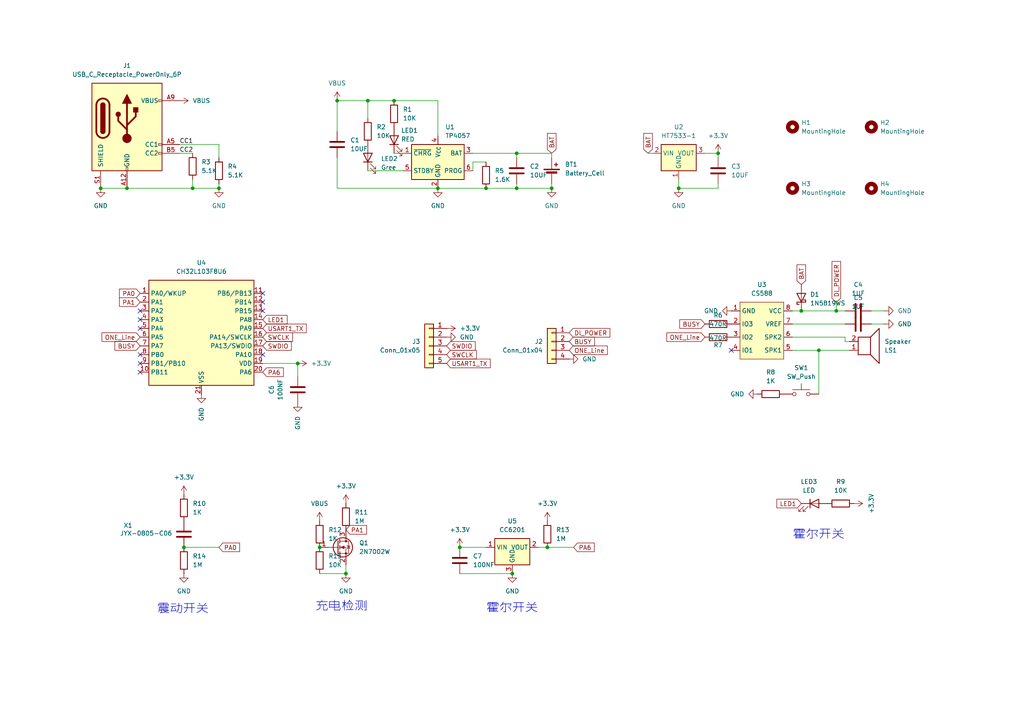
<source format=kicad_sch>
(kicad_sch (version 20250114) (generator "eeschema") (generator_version "9.0")
  (paper "A4")
  (title_block (title "震动语音公仔") (date "2025-04-21") (rev "1.1.0") (company "Maiooo"))
  (lib_symbols
    (symbol "Battery_Management:TP4057"
      (property "Reference" "U" (at -6.35 6.604 0))
      (property "Value" "TP4057" (at 1.524 6.604 0))
      (symbol "TP4057_0_1"
        (rectangle (start -7.62 5.08) (end 7.62 -5.08) (stroke (width 0.254)) (fill (type background)))
      )
      (symbol "TP4057_1_1"
        (pin open_collector line (at -10.16 2.54 0) (length 2.54) (name "~{CHRG}") (number "1"))
        (pin open_collector line (at -10.16 -2.54 0) (length 2.54) (name "STDBY") (number "5"))
        (pin power_in line (at 0 7.62 270) (length 2.54) (name "V_{CC}") (number "4"))
        (pin power_in line (at 0 -7.62 90) (length 2.54) (name "GND") (number "2"))
        (pin power_out line (at 10.16 2.54 180) (length 2.54) (name "BAT") (number "3"))
        (pin passive line (at 10.16 -2.54 180) (length 2.54) (name "PROG") (number "6"))
      )
    )
    (symbol "Connector:USB_C_Receptacle_PowerOnly_6P" (pin_names (offset 1.016))
      (property "Reference" "J" (at 0 16.51 0))
      (property "Value" "USB_C_Receptacle_PowerOnly_6P" (at 0 13.97 0))
      (symbol "USB_C_Receptacle_PowerOnly_6P_0_0"
        (rectangle (start -0.254 -12.7) (end 0.254 -11.684))
        (rectangle (start 10.16 7.874) (end 9.144 7.366))
        (rectangle (start 10.16 -4.826) (end 9.144 -5.334))
        (rectangle (start 10.16 -7.366) (end 9.144 -7.874))
      )
      (symbol "USB_C_Receptacle_PowerOnly_6P_0_1"
        (rectangle (start -10.16 12.7) (end 10.16 -12.7) (stroke (width 0.254)) (fill (type background)))
        (polyline (pts (xy -8.89 -1.27) (xy -8.89 6.35)) (stroke (width 0.508)))
        (rectangle (start -7.62 -1.27) (end -6.35 6.35) (stroke (width 0.254)) (fill (type outline)))
        (arc (start -7.62 6.35) (mid -6.985 6.9823) (end -6.35 6.35) (stroke (width 0.254)))
        (arc (start -7.62 6.35) (mid -6.985 6.9823) (end -6.35 6.35) (stroke (width 0.254)) (fill (type outline)))
        (arc (start -8.89 6.35) (mid -6.985 8.2467) (end -5.08 6.35) (stroke (width 0.508)))
        (arc (start -5.08 -1.27) (mid -6.985 -3.1667) (end -8.89 -1.27) (stroke (width 0.508)))
        (arc (start -6.35 -1.27) (mid -6.985 -1.9023) (end -7.62 -1.27) (stroke (width 0.254)))
        (arc (start -6.35 -1.27) (mid -6.985 -1.9023) (end -7.62 -1.27) (stroke (width 0.254)) (fill (type outline)))
        (polyline (pts (xy -5.08 6.35) (xy -5.08 -1.27)) (stroke (width 0.508)))
        (circle (center -2.54 3.683) (radius 0.635) (stroke (width 0.254)) (fill (type outline)))
        (polyline (pts (xy -1.27 6.858) (xy 0 9.398) (xy 1.27 6.858) (xy -1.27 6.858)) (stroke (width 0.254)) (fill (type outline)))
        (polyline (pts (xy 0 0.508) (xy 2.54 3.048) (xy 2.54 4.318)) (stroke (width 0.508)))
        (polyline (pts (xy 0 -0.762) (xy -2.54 1.778) (xy -2.54 3.048)) (stroke (width 0.508)))
        (polyline (pts (xy 0 -3.302) (xy 0 6.858)) (stroke (width 0.508)))
        (circle (center 0 -3.302) (radius 1.27) (fill (type outline)))
        (rectangle (start 1.905 4.318) (end 3.175 5.588) (stroke (width 0.254)) (fill (type outline)))
      )
      (symbol "USB_C_Receptacle_PowerOnly_6P_1_1"
        (pin passive line (at -7.62 -17.78 90) (length 5.08) (name "SHIELD") (number "S1"))
        (pin passive line (at 0 -17.78 90) (length 5.08) (name "GND") (number "A12"))
        (pin passive line (at 0 -17.78 90) (length 5.08) (hide yes) (name "GND") (number "B12"))
        (pin passive line (at 15.24 7.62 180) (length 5.08) (name "VBUS") (number "A9"))
        (pin passive line (at 15.24 7.62 180) (length 5.08) (hide yes) (name "VBUS") (number "B9"))
        (pin bidirectional line (at 15.24 -5.08 180) (length 5.08) (name "CC1") (number "A5"))
        (pin bidirectional line (at 15.24 -7.62 180) (length 5.08) (name "CC2") (number "B5"))
      )
    )
    (symbol "Connector_Generic:Conn_01x04" (pin_names (offset 1.016) (hide yes))
      (property "Reference" "J" (at 0 5.08 0))
      (property "Value" "Conn_01x04" (at 0 -7.62 0))
      (symbol "Conn_01x04_1_1"
        (rectangle (start -1.27 3.81) (end 1.27 -6.35) (stroke (width 0.254)) (fill (type background)))
        (rectangle (start -1.27 2.667) (end 0 2.413) (stroke (width 0.1524)))
        (rectangle (start -1.27 0.127) (end 0 -0.127) (stroke (width 0.1524)))
        (rectangle (start -1.27 -2.413) (end 0 -2.667) (stroke (width 0.1524)))
        (rectangle (start -1.27 -4.953) (end 0 -5.207) (stroke (width 0.1524)))
        (pin passive line (at -5.08 2.54 0) (length 3.81) (name "Pin_1") (number "1"))
        (pin passive line (at -5.08 0 0) (length 3.81) (name "Pin_2") (number "2"))
        (pin passive line (at -5.08 -2.54 0) (length 3.81) (name "Pin_3") (number "3"))
        (pin passive line (at -5.08 -5.08 0) (length 3.81) (name "Pin_4") (number "4"))
      )
    )
    (symbol "Connector_Generic:Conn_01x05" (pin_names (offset 1.016) (hide yes))
      (property "Reference" "J" (at 0 7.62 0))
      (property "Value" "Conn_01x05" (at 0 -7.62 0))
      (symbol "Conn_01x05_1_1"
        (rectangle (start -1.27 6.35) (end 1.27 -6.35) (stroke (width 0.254)) (fill (type background)))
        (rectangle (start -1.27 5.207) (end 0 4.953) (stroke (width 0.1524)))
        (rectangle (start -1.27 2.667) (end 0 2.413) (stroke (width 0.1524)))
        (rectangle (start -1.27 0.127) (end 0 -0.127) (stroke (width 0.1524)))
        (rectangle (start -1.27 -2.413) (end 0 -2.667) (stroke (width 0.1524)))
        (rectangle (start -1.27 -4.953) (end 0 -5.207) (stroke (width 0.1524)))
        (pin passive line (at -5.08 5.08 0) (length 3.81) (name "Pin_1") (number "1"))
        (pin passive line (at -5.08 2.54 0) (length 3.81) (name "Pin_2") (number "2"))
        (pin passive line (at -5.08 0 0) (length 3.81) (name "Pin_3") (number "3"))
        (pin passive line (at -5.08 -2.54 0) (length 3.81) (name "Pin_4") (number "4"))
        (pin passive line (at -5.08 -5.08 0) (length 3.81) (name "Pin_5") (number "5"))
      )
    )
    (symbol "Device:Battery_Cell" (pin_numbers (hide yes)) (pin_names (offset 0) (hide yes))
      (property "Reference" "BT" (at 2.54 2.54 0))
      (property "Value" "Battery_Cell" (at 2.54 0 0))
      (symbol "Battery_Cell_0_1"
        (rectangle (start -2.286 1.778) (end 2.286 1.524) (fill (type outline)))
        (rectangle (start -1.524 1.016) (end 1.524 0.508) (fill (type outline)))
        (polyline (pts (xy 0 1.778) (xy 0 2.54)))
        (polyline (pts (xy 0 0.762) (xy 0 0)))
        (polyline (pts (xy 0.762 3.048) (xy 1.778 3.048)) (stroke (width 0.254)))
        (polyline (pts (xy 1.27 3.556) (xy 1.27 2.54)) (stroke (width 0.254)))
      )
      (symbol "Battery_Cell_1_1"
        (pin passive line (at 0 5.08 270) (length 2.54) (name "+") (number "1"))
        (pin passive line (at 0 -2.54 90) (length 2.54) (name "-") (number "2"))
      )
    )
    (symbol "Device:C" (pin_numbers (hide yes)) (pin_names (offset 0.254))
      (property "Reference" "C" (at 0.635 2.54 0))
      (property "Value" "C" (at 0.635 -2.54 0))
      (symbol "C_0_1"
        (polyline (pts (xy -2.032 0.762) (xy 2.032 0.762)) (stroke (width 0.508)))
        (polyline (pts (xy -2.032 -0.762) (xy 2.032 -0.762)) (stroke (width 0.508)))
      )
      (symbol "C_1_1"
        (pin passive line (at 0 3.81 270) (length 2.794) (name "~") (number "1"))
        (pin passive line (at 0 -3.81 90) (length 2.794) (name "~") (number "2"))
      )
    )
    (symbol "Device:LED" (pin_numbers (hide yes)) (pin_names (offset 1.016) (hide yes))
      (property "Reference" "D" (at 0 2.54 0))
      (property "Value" "LED" (at 0 -2.54 0))
      (symbol "LED_0_1"
        (polyline (pts (xy -3.048 -0.762) (xy -4.572 -2.286) (xy -3.81 -2.286) (xy -4.572 -2.286) (xy -4.572 -1.524)))
        (polyline (pts (xy -1.778 -0.762) (xy -3.302 -2.286) (xy -2.54 -2.286) (xy -3.302 -2.286) (xy -3.302 -1.524)))
        (polyline (pts (xy -1.27 0) (xy 1.27 0)))
        (polyline (pts (xy -1.27 -1.27) (xy -1.27 1.27)) (stroke (width 0.254)))
        (polyline (pts (xy 1.27 -1.27) (xy 1.27 1.27) (xy -1.27 0) (xy 1.27 -1.27)) (stroke (width 0.254)))
      )
      (symbol "LED_1_1"
        (pin passive line (at -3.81 0 0) (length 2.54) (name "K") (number "1"))
        (pin passive line (at 3.81 0 180) (length 2.54) (name "A") (number "2"))
      )
    )
    (symbol "Device:R" (pin_numbers (hide yes)) (pin_names (offset 0))
      (property "Reference" "R" (at 2.032 0 90))
      (property "Value" "R" (at 0 0 90))
      (symbol "R_0_1"
        (rectangle (start -1.016 -2.54) (end 1.016 2.54) (stroke (width 0.254)))
      )
      (symbol "R_1_1"
        (pin passive line (at 0 3.81 270) (length 1.27) (name "~") (number "1"))
        (pin passive line (at 0 -3.81 90) (length 1.27) (name "~") (number "2"))
      )
    )
    (symbol "Device:Speaker" (pin_names (offset 0) (hide yes))
      (property "Reference" "LS" (at 1.27 5.715 0))
      (property "Value" "Speaker" (at 1.27 3.81 0))
      (symbol "Speaker_0_0"
        (rectangle (start -2.54 1.27) (end 1.016 -3.81) (stroke (width 0.254)))
        (polyline (pts (xy 1.016 1.27) (xy 3.556 3.81) (xy 3.556 -6.35) (xy 1.016 -3.81)) (stroke (width 0.254)))
      )
      (symbol "Speaker_1_1"
        (pin input line (at -5.08 0 0) (length 2.54) (name "1") (number "1"))
        (pin input line (at -5.08 -2.54 0) (length 2.54) (name "2") (number "2"))
      )
    )
    (symbol "Diode:1N5819WS" (pin_numbers (hide yes)) (pin_names (offset 1.016) (hide yes))
      (property "Reference" "D" (at 0 2.54 0))
      (property "Value" "1N5819WS" (at 0 -2.54 0))
      (symbol "1N5819WS_0_1"
        (polyline (pts (xy -1.905 0.635) (xy -1.905 1.27) (xy -1.27 1.27) (xy -1.27 -1.27) (xy -0.635 -1.27) (xy -0.635 -0.635)) (stroke (width 0.254)))
        (polyline (pts (xy 1.27 1.27) (xy 1.27 -1.27) (xy -1.27 0) (xy 1.27 1.27)) (stroke (width 0.254)))
        (polyline (pts (xy 1.27 0) (xy -1.27 0)))
      )
      (symbol "1N5819WS_1_1"
        (pin passive line (at -3.81 0 0) (length 2.54) (name "K") (number "1"))
        (pin passive line (at 3.81 0 180) (length 2.54) (name "A") (number "2"))
      )
    )
    (symbol "Maioo:CC6201st"
      (property "Reference" "U" (at 0 0 0))
      (property "Value" "CC6201" (at 0 0 0))
      (symbol "CC6201st_0_1"
        (rectangle (start 0 0) (end 10.16 -7.62) (stroke (width 0.254)) (fill (type background)))
      )
      (symbol "CC6201st_1_1"
        (pin power_in line (at -2.54 -2.54 0) (length 2.54) (name "VIN") (number "1"))
        (pin power_in line (at 5.08 -10.16 90) (length 2.54) (name "GND") (number "3"))
        (pin power_out line (at 12.7 -2.54 180) (length 2.54) (name "VOUT") (number "2"))
      )
    )
    (symbol "Maioo:CH32L103F8U6"
      (property "Reference" "U" (at 0 18.796 0))
      (property "Value" "CH32L103F8U6" (at 0 16.764 0))
      (symbol "CH32L103F8U6_1_1"
        (rectangle (start -15.24 15.24) (end 15.24 -15.24) (stroke (width 0.254)) (fill (type background)))
        (pin bidirectional line (at -17.78 11.43 0) (length 2.54) (name "PA0/WKUP") (number "1"))
        (pin bidirectional line (at -17.78 8.89 0) (length 2.54) (name "PA1") (number "2"))
        (pin bidirectional line (at -17.78 6.35 0) (length 2.54) (name "PA2") (number "3"))
        (pin bidirectional line (at -17.78 3.81 0) (length 2.54) (name "PA3") (number "4"))
        (pin bidirectional line (at -17.78 1.27 0) (length 2.54) (name "PA4") (number "5"))
        (pin bidirectional line (at -17.78 -1.27 0) (length 2.54) (name "PA5") (number "6"))
        (pin bidirectional line (at -17.78 -3.81 0) (length 2.54) (name "PA7") (number "7"))
        (pin bidirectional line (at -17.78 -6.35 0) (length 2.54) (name "PB0") (number "8"))
        (pin bidirectional line (at -17.78 -8.89 0) (length 2.54) (name "PB1/PB10") (number "9"))
        (pin bidirectional line (at -17.78 -11.43 0) (length 2.54) (name "PB11") (number "10"))
        (pin power_in line (at 0 -17.78 90) (length 2.54) (name "VSS") (number "21"))
        (pin bidirectional line (at 17.78 11.43 180) (length 2.54) (name "PB6/PB13") (number "11"))
        (pin bidirectional line (at 17.78 8.89 180) (length 2.54) (name "PB14") (number "12"))
        (pin bidirectional line (at 17.78 6.35 180) (length 2.54) (name "PB15") (number "13"))
        (pin bidirectional line (at 17.78 3.81 180) (length 2.54) (name "PA8") (number "14"))
        (pin bidirectional line (at 17.78 1.27 180) (length 2.54) (name "PA9") (number "15"))
        (pin bidirectional line (at 17.78 -1.27 180) (length 2.54) (name "PA14/SWCLK") (number "16"))
        (pin bidirectional line (at 17.78 -3.81 180) (length 2.54) (name "PA13/SWDIO") (number "17"))
        (pin bidirectional line (at 17.78 -6.35 180) (length 2.54) (name "PA10") (number "18"))
        (pin power_in line (at 17.78 -8.89 180) (length 2.54) (name "VDD") (number "19"))
        (pin bidirectional line (at 17.78 -11.43 180) (length 2.54) (name "PA6") (number "20"))
      )
    )
    (symbol "Maioo:CX588"
      (property "Reference" "U" (at 0 0 0))
      (property "Value" "CS588" (at 0 0 0))
      (symbol "CX588_1_1"
        (rectangle (start 0 0) (end 12.7 -16.51) (fill (type background)))
        (pin bidirectional line (at -2.54 -2.54 0) (length 2.54) (name "GND") (number "1"))
        (pin bidirectional line (at -2.54 -6.35 0) (length 2.54) (name "IO3") (number "2"))
        (pin bidirectional line (at -2.54 -10.16 0) (length 2.54) (name "IO2") (number "3"))
        (pin bidirectional line (at -2.54 -13.97 0) (length 2.54) (name "IO1") (number "4"))
        (pin bidirectional line (at 15.24 -2.54 180) (length 2.54) (name "VCC") (number "8"))
        (pin bidirectional line (at 15.24 -6.35 180) (length 2.54) (name "VREF") (number "7"))
        (pin bidirectional line (at 15.24 -10.16 180) (length 2.54) (name "SPK2") (number "6"))
        (pin bidirectional line (at 15.24 -13.97 180) (length 2.54) (name "SPK1") (number "5"))
      )
    )
    (symbol "Mechanical:MountingHole" (pin_names (offset 1.016)) (exclude_from_sim yes) (in_bom no)
      (property "Reference" "H" (at 0 5.08 0))
      (property "Value" "MountingHole" (at 0 3.175 0))
      (symbol "MountingHole_0_1"
        (circle (center 0 0) (radius 1.27) (stroke (width 1.27)))
      )
    )
    (symbol "Regulator_Linear:HT75xx-1-SOT89"
      (property "Reference" "U" (at -5.08 -3.81 0))
      (property "Value" "HT75xx-1-SOT89" (at 0 6.35 0))
      (symbol "HT75xx-1-SOT89_0_1"
        (rectangle (start -5.08 5.08) (end 5.08 -2.54) (stroke (width 0.254)) (fill (type background)))
      )
      (symbol "HT75xx-1-SOT89_1_1"
        (pin power_in line (at -7.62 2.54 0) (length 2.54) (name "VIN") (number "2"))
        (pin power_in line (at 0 -5.08 90) (length 2.54) (name "GND") (number "1"))
        (pin power_out line (at 7.62 2.54 180) (length 2.54) (name "VOUT") (number "3"))
      )
    )
    (symbol "Switch:SW_Push" (pin_numbers (hide yes)) (pin_names (offset 1.016) (hide yes))
      (property "Reference" "SW" (at 1.27 2.54 0))
      (property "Value" "SW_Push" (at 0 -1.524 0))
      (symbol "SW_Push_0_1"
        (circle (center -2.032 0) (radius 0.508))
        (polyline (pts (xy 0 1.27) (xy 0 3.048)))
        (circle (center 2.032 0) (radius 0.508))
        (polyline (pts (xy 2.54 1.27) (xy -2.54 1.27)))
        (pin passive line (at -5.08 0 0) (length 2.54) (name "1") (number "1"))
        (pin passive line (at 5.08 0 180) (length 2.54) (name "2") (number "2"))
      )
    )
    (symbol "Transistor_FET:2N7002" (pin_names (hide yes))
      (property "Reference" "Q" (at 5.08 1.905 0))
      (property "Value" "2N7002" (at 5.08 0 0))
      (symbol "2N7002_0_1"
        (polyline (pts (xy 0.254 1.905) (xy 0.254 -1.905)) (stroke (width 0.254)))
        (polyline (pts (xy 0.254 0) (xy -2.54 0)))
        (polyline (pts (xy 0.762 2.286) (xy 0.762 1.27)) (stroke (width 0.254)))
        (polyline (pts (xy 0.762 0.508) (xy 0.762 -0.508)) (stroke (width 0.254)))
        (polyline (pts (xy 0.762 -1.27) (xy 0.762 -2.286)) (stroke (width 0.254)))
        (polyline (pts (xy 0.762 -1.778) (xy 3.302 -1.778) (xy 3.302 1.778) (xy 0.762 1.778)))
        (polyline (pts (xy 1.016 0) (xy 2.032 0.381) (xy 2.032 -0.381) (xy 1.016 0)) (fill (type outline)))
        (circle (center 1.651 0) (radius 2.794) (stroke (width 0.254)))
        (polyline (pts (xy 2.54 2.54) (xy 2.54 1.778)))
        (circle (center 2.54 1.778) (radius 0.254) (fill (type outline)))
        (circle (center 2.54 -1.778) (radius 0.254) (fill (type outline)))
        (polyline (pts (xy 2.54 -2.54) (xy 2.54 0) (xy 0.762 0)))
        (polyline (pts (xy 2.794 0.508) (xy 2.921 0.381) (xy 3.683 0.381) (xy 3.81 0.254)))
        (polyline (pts (xy 3.302 0.381) (xy 2.921 -0.254) (xy 3.683 -0.254) (xy 3.302 0.381)))
      )
      (symbol "2N7002_1_1"
        (pin input line (at -5.08 0 0) (length 2.54) (name "G") (number "1"))
        (pin passive line (at 2.54 5.08 270) (length 2.54) (name "D") (number "3"))
        (pin passive line (at 2.54 -5.08 90) (length 2.54) (name "S") (number "2"))
      )
    )
    (symbol "power:+3.3V" (power) (pin_numbers (hide yes)) (pin_names (offset 0) (hide yes))
      (property "Value" "+3.3V" (at 0 3.556 0))
      (symbol "+3.3V_0_1"
        (polyline (pts (xy -0.762 1.27) (xy 0 2.54)))
        (polyline (pts (xy 0 2.54) (xy 0.762 1.27)))
        (polyline (pts (xy 0 0) (xy 0 2.54)))
      )
      (symbol "+3.3V_1_1"
        (pin power_in line (at 0 0 90) (length 0) (name "~") (number "1"))
      )
    )
    (symbol "power:+5V" (power) (pin_numbers (hide yes)) (pin_names (offset 0) (hide yes))
      (property "Value" "+5V" (at 0 3.556 0))
      (symbol "+5V_0_1"
        (polyline (pts (xy -0.762 1.27) (xy 0 2.54)))
        (polyline (pts (xy 0 2.54) (xy 0.762 1.27)))
        (polyline (pts (xy 0 0) (xy 0 2.54)))
      )
      (symbol "+5V_1_1"
        (pin power_in line (at 0 0 90) (length 0) (name "~") (number "1"))
      )
    )
    (symbol "power:GND" (power) (pin_numbers (hide yes)) (pin_names (offset 0) (hide yes))
      (property "Value" "GND" (at 0 -3.81 0))
      (symbol "GND_0_1"
        (polyline (pts (xy 0 0) (xy 0 -1.27) (xy 1.27 -1.27) (xy 0 -2.54) (xy -1.27 -1.27) (xy 0 -1.27)))
      )
      (symbol "GND_1_1"
        (pin power_in line (at 0 0 270) (length 0) (name "~") (number "1"))
      )
    )
    (symbol "power:VBUS" (power) (pin_numbers (hide yes)) (pin_names (offset 0) (hide yes))
      (property "Value" "VBUS" (at 0 3.556 0))
      (symbol "VBUS_0_1"
        (polyline (pts (xy -0.762 1.27) (xy 0 2.54)))
        (polyline (pts (xy 0 2.54) (xy 0.762 1.27)))
        (polyline (pts (xy 0 0) (xy 0 2.54)))
      )
      (symbol "VBUS_1_1"
        (pin power_in line (at 0 0 90) (length 0) (name "~") (number "1"))
      )
    )
  )
  (text "霍尔开关" (at 148.59 176.53 0) (effects (font (size 2.54 2.54))))
  (text "霍尔开关" (at 237.49 155.194 0) (effects (font (size 2.54 2.54))))
  (text "震动开关" (at 53.086 176.784 0) (effects (font (size 2.54 2.54))))
  (text "充电检测" (at 99.06 176.022 0) (effects (font (size 2.54 2.54))))
  (junction (at 127 54.61))
  (junction (at 232.41 90.17))
  (junction (at 208.28 44.45))
  (junction (at 92.71 158.75))
  (junction (at 149.86 54.61))
  (junction (at 53.34 158.75))
  (junction (at 196.85 54.61))
  (junction (at 140.97 54.61))
  (junction (at 36.83 54.61))
  (junction (at 158.75 158.75))
  (junction (at 63.5 54.61))
  (junction (at 114.3 29.21))
  (junction (at 133.35 158.75))
  (junction (at 160.02 54.61))
  (junction (at 149.86 44.45))
  (junction (at 242.57 90.17))
  (junction (at 100.33 166.37))
  (junction (at 237.49 101.6))
  (junction (at 97.79 29.21))
  (junction (at 29.21 54.61))
  (junction (at 106.68 29.21))
  (junction (at 55.88 54.61))
  (junction (at 148.59 166.37))
  (junction (at 86.36 105.41))
  (no_connect (at 76.2 90.17))
  (no_connect (at 76.2 87.63))
  (no_connect (at 40.64 107.95))
  (no_connect (at 40.64 105.41))
  (no_connect (at 76.2 85.09))
  (no_connect (at 40.64 90.17))
  (no_connect (at 212.09 101.6))
  (no_connect (at 40.64 92.71))
  (no_connect (at 40.64 95.25))
  (no_connect (at 40.64 102.87))
  (no_connect (at 76.2 102.87))
  (wire (pts (xy 140.97 54.61) (xy 127 54.61)))
  (wire (pts (xy 127 39.37) (xy 127 29.21)))
  (wire (pts (xy 229.87 90.17) (xy 232.41 90.17)))
  (wire (pts (xy 127 29.21) (xy 114.3 29.21)))
  (wire (pts (xy 63.5 41.91) (xy 63.5 45.72)))
  (wire (pts (xy 97.79 29.21) (xy 106.68 29.21)))
  (wire (pts (xy 29.21 54.61) (xy 36.83 54.61)))
  (wire (pts (xy 158.75 158.75) (xy 156.21 158.75)))
  (wire (pts (xy 232.41 90.17) (xy 242.57 90.17)))
  (wire (pts (xy 97.79 29.21) (xy 97.79 38.1)))
  (wire (pts (xy 137.16 46.99) (xy 140.97 46.99)))
  (wire (pts (xy 36.83 54.61) (xy 55.88 54.61)))
  (wire (pts (xy 149.86 44.45) (xy 160.02 44.45)))
  (wire (pts (xy 242.57 90.17) (xy 245.11 90.17)))
  (wire (pts (xy 245.11 99.06) (xy 246.38 99.06)))
  (wire (pts (xy 245.11 93.98) (xy 229.87 93.98)))
  (wire (pts (xy 76.2 105.41) (xy 86.36 105.41)))
  (wire (pts (xy 100.33 163.83) (xy 100.33 166.37)))
  (wire (pts (xy 106.68 49.53) (xy 116.84 49.53)))
  (wire (pts (xy 106.68 29.21) (xy 106.68 34.29)))
  (wire (pts (xy 97.79 45.72) (xy 97.79 54.61)))
  (wire (pts (xy 187.96 44.45) (xy 189.23 44.45)))
  (wire (pts (xy 208.28 54.61) (xy 208.28 53.34)))
  (wire (pts (xy 256.54 93.98) (xy 252.73 93.98)))
  (wire (pts (xy 53.34 158.75) (xy 63.5 158.75)))
  (wire (pts (xy 160.02 44.45) (xy 160.02 45.72)))
  (wire (pts (xy 149.86 54.61) (xy 140.97 54.61)))
  (wire (pts (xy 100.33 166.37) (xy 92.71 166.37)))
  (wire (pts (xy 245.11 97.79) (xy 229.87 97.79)))
  (wire (pts (xy 86.36 109.22) (xy 86.36 105.41)))
  (wire (pts (xy 242.57 87.63) (xy 242.57 90.17)))
  (wire (pts (xy 52.07 44.45) (xy 55.88 44.45)))
  (wire (pts (xy 97.79 54.61) (xy 127 54.61)))
  (wire (pts (xy 208.28 54.61) (xy 196.85 54.61)))
  (wire (pts (xy 137.16 44.45) (xy 149.86 44.45)))
  (wire (pts (xy 237.49 101.6) (xy 246.38 101.6)))
  (wire (pts (xy 160.02 53.34) (xy 160.02 54.61)))
  (wire (pts (xy 208.28 44.45) (xy 208.28 45.72)))
  (wire (pts (xy 229.87 101.6) (xy 237.49 101.6)))
  (wire (pts (xy 63.5 53.34) (xy 63.5 54.61)))
  (wire (pts (xy 149.86 54.61) (xy 160.02 54.61)))
  (wire (pts (xy 133.35 166.37) (xy 148.59 166.37)))
  (wire (pts (xy 137.16 49.53) (xy 137.16 46.99)))
  (wire (pts (xy 256.54 90.17) (xy 252.73 90.17)))
  (wire (pts (xy 149.86 45.72) (xy 149.86 44.45)))
  (wire (pts (xy 133.35 158.75) (xy 140.97 158.75)))
  (wire (pts (xy 55.88 52.07) (xy 55.88 54.61)))
  (wire (pts (xy 245.11 99.06) (xy 245.11 97.79)))
  (wire (pts (xy 196.85 52.07) (xy 196.85 54.61)))
  (wire (pts (xy 204.47 44.45) (xy 208.28 44.45)))
  (wire (pts (xy 116.84 44.45) (xy 114.3 44.45)))
  (wire (pts (xy 166.37 158.75) (xy 158.75 158.75)))
  (wire (pts (xy 237.49 101.6) (xy 237.49 114.3)))
  (wire (pts (xy 106.68 29.21) (xy 114.3 29.21)))
  (wire (pts (xy 149.86 53.34) (xy 149.86 54.61)))
  (wire (pts (xy 52.07 41.91) (xy 63.5 41.91)))
  (wire (pts (xy 55.88 54.61) (xy 63.5 54.61)))
  (label "CC1" (at 52.07 41.91 0))
  (label "CC2" (at 52.07 44.45 0))
  (global_label "BAT" (shape input) (at 187.96 44.45 90) (property "Intersheetrefs" "${INTERSHEET_REFS}" (effects (hide yes))))
  (global_label "ONE_Line" (shape input) (at 40.64 97.79 180) (property "Intersheetrefs" "${INTERSHEET_REFS}" (effects (hide yes))))
  (global_label "SWDIO" (shape input) (at 129.54 100.33 0) (property "Intersheetrefs" "${INTERSHEET_REFS}" (effects (hide yes))))
  (global_label "BAT" (shape input) (at 232.41 82.55 90) (property "Intersheetrefs" "${INTERSHEET_REFS}" (effects (hide yes))))
  (global_label "PA1" (shape input) (at 40.64 87.63 180) (property "Intersheetrefs" "${INTERSHEET_REFS}" (effects (hide yes))))
  (global_label "PA0" (shape input) (at 40.64 85.09 180) (property "Intersheetrefs" "${INTERSHEET_REFS}" (effects (hide yes))))
  (global_label "Dl_POWER" (shape input) (at 165.1 96.52 0) (property "Intersheetrefs" "${INTERSHEET_REFS}" (effects (hide yes))))
  (global_label "SWCLK" (shape input) (at 76.2 97.79 0) (property "Intersheetrefs" "${INTERSHEET_REFS}" (effects (hide yes))))
  (global_label "SWDIO" (shape input) (at 76.2 100.33 0) (property "Intersheetrefs" "${INTERSHEET_REFS}" (effects (hide yes))))
  (global_label "USART1_TX" (shape input) (at 76.2 95.25 0) (property "Intersheetrefs" "${INTERSHEET_REFS}" (effects (hide yes))))
  (global_label "PA6" (shape input) (at 166.37 158.75 0) (property "Intersheetrefs" "${INTERSHEET_REFS}" (effects (hide yes))))
  (global_label "ONE_Line" (shape input) (at 165.1 101.6 0) (property "Intersheetrefs" "${INTERSHEET_REFS}" (effects (hide yes))))
  (global_label "PA6" (shape input) (at 76.2 107.95 0) (property "Intersheetrefs" "${INTERSHEET_REFS}" (effects (hide yes))))
  (global_label "LED1" (shape input) (at 232.41 146.05 180) (property "Intersheetrefs" "${INTERSHEET_REFS}" (effects (hide yes))))
  (global_label "USART1_TX" (shape input) (at 129.54 105.41 0) (property "Intersheetrefs" "${INTERSHEET_REFS}" (effects (hide yes))))
  (global_label "PA1" (shape input) (at 100.33 153.67 0) (property "Intersheetrefs" "${INTERSHEET_REFS}" (effects (hide yes))))
  (global_label "BUSY" (shape input) (at 165.1 99.06 0) (property "Intersheetrefs" "${INTERSHEET_REFS}" (effects (hide yes))))
  (global_label "PA0" (shape input) (at 63.5 158.75 0) (property "Intersheetrefs" "${INTERSHEET_REFS}" (effects (hide yes))))
  (global_label "LED1" (shape input) (at 76.2 92.71 0) (property "Intersheetrefs" "${INTERSHEET_REFS}" (effects (hide yes))))
  (global_label "Dl_POWER" (shape input) (at 242.57 87.63 90) (property "Intersheetrefs" "${INTERSHEET_REFS}" (effects (hide yes))))
  (global_label "BAT" (shape input) (at 160.02 44.45 90) (property "Intersheetrefs" "${INTERSHEET_REFS}" (effects (hide yes))))
  (global_label "ONE_Line" (shape input) (at 204.47 97.79 180) (property "Intersheetrefs" "${INTERSHEET_REFS}" (effects (hide yes))))
  (global_label "SWCLK" (shape input) (at 129.54 102.87 0) (property "Intersheetrefs" "${INTERSHEET_REFS}" (effects (hide yes))))
  (global_label "BUSY" (shape input) (at 204.47 93.98 180) (property "Intersheetrefs" "${INTERSHEET_REFS}" (effects (hide yes))))
  (global_label "BUSY" (shape input) (at 40.64 100.33 180) (property "Intersheetrefs" "${INTERSHEET_REFS}" (effects (hide yes))))
  (symbol (lib_id "Device:R") (at 243.84 146.05 90) (unit 1)
    (property "Reference" "R9" (at 243.84 139.7 90))
    (property "Value" "10K" (at 243.84 142.24 90))
    (property "Footprint" "Resistor_SMD:R_0402_1005Metric" (effects (hide yes)))
    (property "Description" "Resistor" (effects (hide yes)))
  )
  (symbol (lib_id "Device:R") (at 55.88 48.26 180) (unit 1)
    (property "Reference" "R3" (at 58.42 46.9899 0) (effects (justify right)))
    (property "Value" "5.1K" (at 58.42 49.5299 0) (effects (justify right)))
    (property "Footprint" "Resistor_SMD:R_0402_1005Metric" (effects (hide yes)))
    (property "Description" "Resistor" (effects (hide yes)))
  )
  (symbol (lib_id "Device:C") (at 149.86 49.53 0) (unit 1)
    (property "Reference" "C2" (at 153.67 48.2599 0) (effects (justify left)))
    (property "Value" "10UF" (at 153.67 50.7999 0) (effects (justify left)))
    (property "Footprint" "Capacitor_SMD:C_0402_1005Metric" (effects (hide yes)))
    (property "Description" "Unpolarized capacitor" (effects (hide yes)))
  )
  (symbol (lib_id "Device:R") (at 63.5 49.53 180) (unit 1)
    (property "Reference" "R4" (at 66.04 48.2599 0) (effects (justify right)))
    (property "Value" "5.1K" (at 66.04 50.7999 0) (effects (justify right)))
    (property "Footprint" "Resistor_SMD:R_0402_1005Metric" (effects (hide yes)))
    (property "Description" "Resistor" (effects (hide yes)))
  )
  (symbol (lib_id "power:GND") (at 129.54 97.79 90) (unit 1)
    (property "Reference" "#PWR013" (effects (hide yes)))
    (property "Value" "GND" (at 133.35 97.7899 90) (effects (justify right)))
    (property "Description" "Power symbol creates a global label with name \"GND\" , ground" (effects (hide yes)))
  )
  (symbol (lib_id "Device:R") (at 53.34 162.56 0) (unit 1)
    (property "Reference" "R14" (at 55.88 161.2899 0) (effects (justify left)))
    (property "Value" "1M" (at 55.88 163.8299 0) (effects (justify left)))
    (property "Footprint" "Resistor_SMD:R_0402_1005Metric" (effects (hide yes)))
    (property "Description" "Resistor" (effects (hide yes)))
  )
  (symbol (lib_id "Transistor_FET:2N7002") (at 97.79 158.75 0) (unit 1)
    (property "Reference" "Q1" (at 104.14 157.4799 0) (effects (justify left)))
    (property "Value" "2N7002W" (at 104.14 160.0199 0) (effects (justify left)))
    (property "Footprint" "Package_TO_SOT_SMD:SOT-323_SC-70" (effects (hide yes)))
    (property "Datasheet" "https://www.onsemi.com/pub/Collateral/NDS7002A-D.PDF" (effects (hide yes)))
    (property "Description" "0.115A Id, 60V Vds, N-Channel MOSFET, SOT-23" (effects (hide yes)))
  )
  (symbol (lib_id "Device:R") (at 208.28 97.79 90) (unit 1)
    (property "Reference" "R7" (at 208.28 100.076 90))
    (property "Value" "470R" (at 208.28 98.044 90))
    (property "Footprint" "Resistor_SMD:R_0402_1005Metric" (effects (hide yes)))
    (property "Description" "Resistor" (effects (hide yes)))
  )
  (symbol (lib_id "Connector_Generic:Conn_01x04") (at 160.02 99.06 0) (mirror y) (unit 1)
    (property "Reference" "J2" (at 157.48 99.0599 0) (effects (justify left)))
    (property "Value" "Conn_01x04" (at 157.48 101.5999 0) (effects (justify left)))
    (property "Footprint" "Connector_PinHeader_2.54mm:PinHeader_1x04_P2.54mm_Vertical" (effects (hide yes)))
    (property "Description" "Generic connector, single row, 01x04, script generated (kicad-library-utils/schlib/autogen/connector/)" (effects (hide yes)))
  )
  (symbol (lib_id "Device:LED") (at 236.22 146.05 0) (unit 1)
    (property "Reference" "LED3" (at 234.6325 139.7 0))
    (property "Value" "LED" (at 234.6325 142.24 0))
    (property "Footprint" "LED_SMD:LED_0402_1005Metric" (effects (hide yes)))
    (property "Description" "Light emitting diode" (effects (hide yes)))
    (property "Sim.Pins" "1=K 2=A" (effects (hide yes)))
  )
  (symbol (lib_id "power:+5V") (at 100.33 146.05 0) (unit 1)
    (property "Reference" "#PWR020" (effects (hide yes)))
    (property "Value" "+3.3V" (at 100.33 140.97 0))
    (property "Description" "Power symbol creates a global label with name \"+5V\"" (effects (hide yes)))
  )
  (symbol (lib_id "power:GND") (at 165.1 104.14 90) (unit 1)
    (property "Reference" "#PWR014" (effects (hide yes)))
    (property "Value" "GND" (at 168.91 104.1399 90) (effects (justify right)))
    (property "Description" "Power symbol creates a global label with name \"GND\" , ground" (effects (hide yes)))
  )
  (symbol (lib_id "Mechanical:MountingHole") (at 229.87 36.83 0) (unit 1) (exclude_from_sim yes) (in_bom no)
    (property "Reference" "H1" (at 232.41 35.5599 0) (effects (justify left)))
    (property "Value" "MountingHole" (at 232.41 38.0999 0) (effects (justify left)))
    (property "Footprint" "MountingHole:MountingHole_2.2mm_M2_ISO14580" (effects (hide yes)))
    (property "Description" "Mounting Hole without connection" (effects (hide yes)))
  )
  (symbol (lib_id "power:GND") (at 100.33 166.37 0) (unit 1)
    (property "Reference" "#PWR026" (effects (hide yes)))
    (property "Value" "GND" (at 100.33 171.45 0))
    (property "Description" "Power symbol creates a global label with name \"GND\" , ground" (effects (hide yes)))
  )
  (symbol (lib_id "Device:R") (at 208.28 93.98 90) (unit 1)
    (property "Reference" "R6" (at 208.28 91.44 90))
    (property "Value" "470R" (at 208.28 93.98 90))
    (property "Footprint" "Resistor_SMD:R_0402_1005Metric" (effects (hide yes)))
    (property "Description" "Resistor" (effects (hide yes)))
  )
  (symbol (lib_id "power:GND") (at 196.85 54.61 0) (unit 1)
    (property "Reference" "#PWR08" (effects (hide yes)))
    (property "Value" "GND" (at 196.85 59.69 0))
    (property "Description" "Power symbol creates a global label with name \"GND\" , ground" (effects (hide yes)))
  )
  (symbol (lib_id "power:VBUS") (at 52.07 29.21 270) (unit 1)
    (property "Reference" "#PWR01" (effects (hide yes)))
    (property "Value" "VBUS" (at 55.88 29.2099 90) (effects (justify left)))
    (property "Description" "Power symbol creates a global label with name \"VBUS\"" (effects (hide yes)))
  )
  (symbol (lib_id "Mechanical:MountingHole") (at 252.73 36.83 0) (unit 1) (exclude_from_sim yes) (in_bom no)
    (property "Reference" "H2" (at 255.27 35.5599 0) (effects (justify left)))
    (property "Value" "MountingHole" (at 255.27 38.0999 0) (effects (justify left)))
    (property "Footprint" "MountingHole:MountingHole_2.2mm_M2_ISO14580" (effects (hide yes)))
    (property "Description" "Mounting Hole without connection" (effects (hide yes)))
  )
  (symbol (lib_id "power:GND") (at 256.54 93.98 90) (unit 1)
    (property "Reference" "#PWR011" (effects (hide yes)))
    (property "Value" "GND" (at 260.35 93.9799 90) (effects (justify right)))
    (property "Description" "Power symbol creates a global label with name \"GND\" , ground" (effects (hide yes)))
  )
  (symbol (lib_id "Device:R") (at 140.97 50.8 0) (unit 1)
    (property "Reference" "R5" (at 143.51 49.5299 0) (effects (justify left)))
    (property "Value" "1.6K" (at 143.51 52.0699 0) (effects (justify left)))
    (property "Footprint" "Resistor_SMD:R_0402_1005Metric" (effects (hide yes)))
    (property "Description" "Resistor" (effects (hide yes)))
  )
  (symbol (lib_id "power:+5V") (at 208.28 44.45 0) (unit 1)
    (property "Reference" "#PWR03" (effects (hide yes)))
    (property "Value" "+3.3V" (at 208.28 39.37 0))
    (property "Description" "Power symbol creates a global label with name \"+5V\"" (effects (hide yes)))
  )
  (symbol (lib_id "Device:Battery_Cell") (at 160.02 50.8 0) (unit 1)
    (property "Reference" "BT1" (at 163.83 47.6884 0) (effects (justify left)))
    (property "Value" "Battery_Cell" (at 163.83 50.2284 0) (effects (justify left)))
    (property "Footprint" "Connector_Molex:Molex_PicoBlade_53048-0210_1x02_P1.25mm_Horizontal" (effects (hide yes)))
    (property "Description" "Single-cell battery" (effects (hide yes)))
  )
  (symbol (lib_id "power:+5V") (at 247.65 146.05 270) (unit 1)
    (property "Reference" "#PWR021" (effects (hide yes)))
    (property "Value" "+3.3V" (at 252.73 146.05 0))
    (property "Description" "Power symbol creates a global label with name \"+5V\"" (effects (hide yes)))
  )
  (symbol (lib_id "Mechanical:MountingHole") (at 252.73 54.61 0) (unit 1) (exclude_from_sim yes) (in_bom no)
    (property "Reference" "H4" (at 255.27 53.3399 0) (effects (justify left)))
    (property "Value" "MountingHole" (at 255.27 55.8799 0) (effects (justify left)))
    (property "Footprint" "MountingHole:MountingHole_2.2mm_M2_ISO14580" (effects (hide yes)))
    (property "Description" "Mounting Hole without connection" (effects (hide yes)))
  )
  (symbol (lib_id "Device:Speaker") (at 251.46 101.6 0) (mirror x) (unit 1)
    (property "Reference" "LS1" (at 256.54 101.6001 0) (effects (justify left)))
    (property "Value" "Speaker" (at 256.54 99.0601 0) (effects (justify left)))
    (property "Footprint" "Connector_Molex:Molex_PicoBlade_53048-0210_1x02_P1.25mm_Horizontal" (effects (hide yes)))
    (property "Description" "Speaker" (effects (hide yes)))
  )
  (symbol (lib_id "Device:R") (at 114.3 33.02 0) (unit 1)
    (property "Reference" "R1" (at 116.84 31.7499 0) (effects (justify left)))
    (property "Value" "10K" (at 116.84 34.2899 0) (effects (justify left)))
    (property "Footprint" "Resistor_SMD:R_0402_1005Metric" (effects (hide yes)))
    (property "Description" "Resistor" (effects (hide yes)))
  )
  (symbol (lib_id "Device:C") (at 208.28 49.53 0) (unit 1)
    (property "Reference" "C3" (at 212.09 48.2599 0) (effects (justify left)))
    (property "Value" "10UF" (at 212.09 50.7999 0) (effects (justify left)))
    (property "Footprint" "Capacitor_SMD:C_0402_1005Metric" (effects (hide yes)))
    (property "Description" "Unpolarized capacitor" (effects (hide yes)))
  )
  (symbol (lib_id "Device:R") (at 223.52 114.3 270) (unit 1)
    (property "Reference" "R8" (at 223.52 107.95 90))
    (property "Value" "1K" (at 223.52 110.49 90))
    (property "Footprint" "Resistor_SMD:R_0402_1005Metric" (effects (hide yes)))
    (property "Description" "Resistor" (effects (hide yes)))
  )
  (symbol (lib_id "power:GND") (at 212.09 90.17 270) (unit 1)
    (property "Reference" "#PWR09" (effects (hide yes)))
    (property "Value" "GND" (at 208.28 90.1699 90) (effects (justify right)))
    (property "Description" "Power symbol creates a global label with name \"GND\" , ground" (effects (hide yes)))
  )
  (symbol (lib_id "Regulator_Linear:HT75xx-1-SOT89") (at 196.85 46.99 0) (unit 1)
    (property "Reference" "U2" (at 196.85 36.83 0))
    (property "Value" "HT7533-1" (at 196.85 39.37 0))
    (property "Footprint" "Maiooo_Library:HT7533s" (effects (hide yes)))
    (property "Datasheet" "https://www.holtek.com/documents/10179/116711/HT75xx-1v250.pdf" (effects (hide yes)))
    (property "Description" "100mA Low Dropout Voltage Regulator, Fixed Output, SOT89" (effects (hide yes)))
  )
  (symbol (lib_id "power:GND") (at 219.71 114.3 270) (unit 1)
    (property "Reference" "#PWR017" (effects (hide yes)))
    (property "Value" "GND" (at 215.9 114.3001 90) (effects (justify right)))
    (property "Description" "Power symbol creates a global label with name \"GND\" , ground" (effects (hide yes)))
  )
  (symbol (lib_id "Device:C") (at 53.34 154.94 0) (unit 1)
    (property "Reference" "X1" (at 35.814 152.4 0) (effects (justify left)))
    (property "Value" "JYX-0805-C06" (at 34.798 154.6861 0) (effects (justify left)))
    (property "Footprint" "Capacitor_SMD:C_0805_2012Metric" (effects (hide yes)))
    (property "Description" "Unpolarized capacitor" (effects (hide yes)))
  )
  (symbol (lib_id "Device:R") (at 100.33 149.86 180) (unit 1)
    (property "Reference" "R11" (at 102.87 148.5899 0) (effects (justify right)))
    (property "Value" "1M" (at 102.87 151.1299 0) (effects (justify right)))
    (property "Footprint" "Resistor_SMD:R_0402_1005Metric" (effects (hide yes)))
    (property "Description" "Resistor" (effects (hide yes)))
  )
  (symbol (lib_id "power:GND") (at 29.21 54.61 0) (mirror y) (unit 1)
    (property "Reference" "#PWR04" (effects (hide yes)))
    (property "Value" "GND" (at 29.21 59.69 0))
    (property "Description" "Power symbol creates a global label with name \"GND\" , ground" (effects (hide yes)))
  )
  (symbol (lib_id "Device:R") (at 158.75 154.94 180) (unit 1)
    (property "Reference" "R13" (at 161.29 153.6699 0) (effects (justify right)))
    (property "Value" "1M" (at 161.29 156.2099 0) (effects (justify right)))
    (property "Footprint" "Resistor_SMD:R_0402_1005Metric" (effects (hide yes)))
    (property "Description" "Resistor" (effects (hide yes)))
  )
  (symbol (lib_id "power:+5V") (at 158.75 151.13 0) (unit 1)
    (property "Reference" "#PWR023" (effects (hide yes)))
    (property "Value" "+3.3V" (at 158.75 146.05 0))
    (property "Description" "Power symbol creates a global label with name \"+5V\"" (effects (hide yes)))
  )
  (symbol (lib_id "Battery_Management:TP4057") (at 127 46.99 0) (unit 1)
    (property "Reference" "U1" (at 129.1433 36.83 0) (effects (justify left)))
    (property "Value" "TP4057" (at 129.1433 39.37 0) (effects (justify left)))
    (property "Footprint" "Package_TO_SOT_SMD:TSOT-23-6" (effects (hide yes)))
    (property "Datasheet" "http://toppwr.com/uploadfile/file/20230304/640302a47b738.pdf" (effects (hide yes)))
    (property "Description" "Constant-current/constant-voltage linear charger for single cell lithium-ion batteries with 2.9V Trickle Charge, 4.5V to 6.5V VDD, -40 to +85 degree Celsius, TSOT-23-6" (effects (hide yes)))
  )
  (symbol (lib_id "Device:C") (at 248.92 90.17 90) (unit 1)
    (property "Reference" "C4" (at 248.92 82.55 90))
    (property "Value" "1UF" (at 248.92 85.09 90))
    (property "Footprint" "Capacitor_SMD:C_0402_1005Metric" (effects (hide yes)))
    (property "Description" "Unpolarized capacitor" (effects (hide yes)))
  )
  (symbol (lib_id "Device:LED") (at 106.68 45.72 90) (unit 1)
    (property "Reference" "LED2" (at 110.49 46.0374 90) (effects (justify right)))
    (property "Value" "Gree" (at 110.49 48.5774 90) (effects (justify right)))
    (property "Footprint" "LED_SMD:LED_0402_1005Metric" (effects (hide yes)))
    (property "Description" "Light emitting diode" (effects (hide yes)))
    (property "Sim.Pins" "1=K 2=A" (effects (hide yes)))
  )
  (symbol (lib_id "Device:R") (at 92.71 154.94 180) (unit 1)
    (property "Reference" "R12" (at 95.25 153.6699 0) (effects (justify right)))
    (property "Value" "1K" (at 95.25 156.2099 0) (effects (justify right)))
    (property "Footprint" "Resistor_SMD:R_0402_1005Metric" (effects (hide yes)))
    (property "Description" "Resistor" (effects (hide yes)))
  )
  (symbol (lib_id "Device:C") (at 133.35 162.56 180) (unit 1)
    (property "Reference" "C7" (at 137.16 161.2899 0) (effects (justify right)))
    (property "Value" "100NF" (at 137.16 163.8299 0) (effects (justify right)))
    (property "Footprint" "Capacitor_SMD:C_0402_1005Metric" (effects (hide yes)))
    (property "Description" "Unpolarized capacitor" (effects (hide yes)))
  )
  (symbol (lib_id "power:GND") (at 148.59 166.37 0) (unit 1)
    (property "Reference" "#PWR027" (effects (hide yes)))
    (property "Value" "GND" (at 148.59 171.45 0))
    (property "Description" "Power symbol creates a global label with name \"GND\" , ground" (effects (hide yes)))
  )
  (symbol (lib_id "Device:C") (at 86.36 113.03 180) (unit 1)
    (property "Reference" "C6" (at 78.74 113.03 90))
    (property "Value" "100NF" (at 81.28 113.03 90))
    (property "Footprint" "Capacitor_SMD:C_0402_1005Metric" (effects (hide yes)))
    (property "Description" "Unpolarized capacitor" (effects (hide yes)))
  )
  (symbol (lib_id "Device:C") (at 97.79 41.91 0) (unit 1)
    (property "Reference" "C1" (at 101.6 40.6399 0) (effects (justify left)))
    (property "Value" "10UF" (at 101.6 43.1799 0) (effects (justify left)))
    (property "Footprint" "Capacitor_SMD:C_0402_1005Metric" (effects (hide yes)))
    (property "Description" "Unpolarized capacitor" (effects (hide yes)))
  )
  (symbol (lib_id "Diode:1N5819WS") (at 232.41 86.36 90) (unit 1)
    (property "Reference" "D1" (at 234.95 85.4074 90) (effects (justify right)))
    (property "Value" "1N5819WS" (at 234.95 87.9474 90) (effects (justify right)))
    (property "Footprint" "Diode_SMD:D_SOD-323" (effects (hide yes)))
    (property "Datasheet" "https://datasheet.lcsc.com/lcsc/2204281430_Guangdong-Hottech-1N5819WS_C191023.pdf" (effects (hide yes)))
    (property "Description" "40V 600mV@1A 1A SOD-323 Schottky Barrier Diodes, SOD-323" (effects (hide yes)))
  )
  (symbol (lib_id "Mechanical:MountingHole") (at 229.87 54.61 0) (unit 1) (exclude_from_sim yes) (in_bom no)
    (property "Reference" "H3" (at 232.41 53.3399 0) (effects (justify left)))
    (property "Value" "MountingHole" (at 232.41 55.8799 0) (effects (justify left)))
    (property "Footprint" "MountingHole:MountingHole_2.2mm_M2_ISO14580" (effects (hide yes)))
    (property "Description" "Mounting Hole without connection" (effects (hide yes)))
  )
  (symbol (lib_id "Maioo:CX588") (at 214.63 87.63 0) (unit 1)
    (property "Reference" "U3" (at 220.98 82.55 0))
    (property "Value" "CS588" (at 220.98 85.09 0))
    (property "Footprint" "Package_SO:SOP-8_3.9x4.9mm_P1.27mm" (effects (hide yes)))
  )
  (symbol (lib_id "power:+5V") (at 129.54 95.25 270) (unit 1)
    (property "Reference" "#PWR012" (effects (hide yes)))
    (property "Value" "+3.3V" (at 133.35 95.2499 90) (effects (justify left)))
    (property "Description" "Power symbol creates a global label with name \"+5V\"" (effects (hide yes)))
  )
  (symbol (lib_id "Device:R") (at 92.71 162.56 180) (unit 1)
    (property "Reference" "R15" (at 95.25 161.2899 0) (effects (justify right)))
    (property "Value" "10K" (at 95.25 163.8299 0) (effects (justify right)))
    (property "Footprint" "Resistor_SMD:R_0402_1005Metric" (effects (hide yes)))
    (property "Description" "Resistor" (effects (hide yes)))
  )
  (symbol (lib_id "power:+5V") (at 133.35 158.75 0) (unit 1)
    (property "Reference" "#PWR024" (effects (hide yes)))
    (property "Value" "+3.3V" (at 133.35 153.67 0))
    (property "Description" "Power symbol creates a global label with name \"+5V\"" (effects (hide yes)))
  )
  (symbol (lib_id "Device:LED") (at 114.3 40.64 90) (unit 1)
    (property "Reference" "LED1" (at 116.332 37.846 90) (effects (justify right)))
    (property "Value" "RED" (at 116.332 40.386 90) (effects (justify right)))
    (property "Footprint" "LED_SMD:LED_0402_1005Metric" (effects (hide yes)))
    (property "Description" "Light emitting diode" (effects (hide yes)))
    (property "Sim.Pins" "1=K 2=A" (effects (hide yes)))
  )
  (symbol (lib_id "Device:C") (at 248.92 93.98 90) (unit 1)
    (property "Reference" "C5" (at 248.92 86.36 90))
    (property "Value" "1UF" (at 248.92 88.9 90))
    (property "Footprint" "Capacitor_SMD:C_0402_1005Metric" (effects (hide yes)))
    (property "Description" "Unpolarized capacitor" (effects (hide yes)))
  )
  (symbol (lib_id "power:GND") (at 53.34 166.37 0) (unit 1)
    (property "Reference" "#PWR025" (effects (hide yes)))
    (property "Value" "GND" (at 53.34 171.45 0))
    (property "Description" "Power symbol creates a global label with name \"GND\" , ground" (effects (hide yes)))
  )
  (symbol (lib_id "power:GND") (at 63.5 54.61 0) (unit 1)
    (property "Reference" "#PWR05" (effects (hide yes)))
    (property "Value" "GND" (at 63.5 59.69 0))
    (property "Description" "Power symbol creates a global label with name \"GND\" , ground" (effects (hide yes)))
  )
  (symbol (lib_id "power:GND") (at 256.54 90.17 90) (unit 1)
    (property "Reference" "#PWR010" (effects (hide yes)))
    (property "Value" "GND" (at 260.35 90.1699 90) (effects (justify right)))
    (property "Description" "Power symbol creates a global label with name \"GND\" , ground" (effects (hide yes)))
  )
  (symbol (lib_id "power:+5V") (at 86.36 105.41 270) (unit 1)
    (property "Reference" "#PWR015" (effects (hide yes)))
    (property "Value" "+3.3V" (at 90.17 105.4099 90) (effects (justify left)))
    (property "Description" "Power symbol creates a global label with name \"+5V\"" (effects (hide yes)))
  )
  (symbol (lib_id "power:VBUS") (at 97.79 29.21 0) (unit 1)
    (property "Reference" "#PWR02" (effects (hide yes)))
    (property "Value" "VBUS" (at 97.79 24.13 0))
    (property "Description" "Power symbol creates a global label with name \"VBUS\"" (effects (hide yes)))
  )
  (symbol (lib_id "power:VBUS") (at 92.71 151.13 0) (unit 1)
    (property "Reference" "#PWR022" (effects (hide yes)))
    (property "Value" "VBUS" (at 92.71 146.05 0))
    (property "Description" "Power symbol creates a global label with name \"VBUS\"" (effects (hide yes)))
  )
  (symbol (lib_id "Device:R") (at 53.34 147.32 0) (unit 1)
    (property "Reference" "R10" (at 55.88 146.0499 0) (effects (justify left)))
    (property "Value" "1K" (at 55.88 148.5899 0) (effects (justify left)))
    (property "Footprint" "Resistor_SMD:R_0402_1005Metric" (effects (hide yes)))
    (property "Description" "Resistor" (effects (hide yes)))
  )
  (symbol (lib_id "power:+3.3V") (at 53.34 143.51 0) (unit 1)
    (property "Reference" "#PWR019" (effects (hide yes)))
    (property "Value" "+3.3V" (at 53.34 138.43 0))
    (property "Description" "Power symbol creates a global label with name \"+3.3V\"" (effects (hide yes)))
  )
  (symbol (lib_id "power:GND") (at 127 54.61 0) (unit 1)
    (property "Reference" "#PWR06" (effects (hide yes)))
    (property "Value" "GND" (at 127 59.69 0))
    (property "Description" "Power symbol creates a global label with name \"GND\" , ground" (effects (hide yes)))
  )
  (symbol (lib_id "Device:R") (at 106.68 38.1 0) (unit 1)
    (property "Reference" "R2" (at 109.22 36.8299 0) (effects (justify left)))
    (property "Value" "10K" (at 109.22 39.3699 0) (effects (justify left)))
    (property "Footprint" "Resistor_SMD:R_0402_1005Metric" (effects (hide yes)))
    (property "Description" "Resistor" (effects (hide yes)))
  )
  (symbol (lib_id "Maioo:CH32L103F8U6") (at 58.42 96.52 0) (unit 1)
    (property "Reference" "U4" (at 58.42 76.2 0))
    (property "Value" "CH32L103F8U6" (at 58.42 78.74 0))
    (property "Footprint" "Package_DFN_QFN:QFN-20-1EP_3x3mm_P0.4mm_EP1.65x1.65mm" (effects (hide yes)))
  )
  (symbol (lib_id "Maioo:CC6201st") (at 143.51 156.21 0) (unit 1)
    (property "Reference" "U5" (at 148.59 151.13 0))
    (property "Value" "CC6201" (at 148.59 153.67 0))
    (property "Footprint" "Package_TO_SOT_SMD:SOT-23-3" (effects (hide yes)))
  )
  (symbol (lib_id "Connector:USB_C_Receptacle_PowerOnly_6P") (at 36.83 36.83 0) (unit 1)
    (property "Reference" "J1" (at 36.83 19.05 0))
    (property "Value" "USB_C_Receptacle_PowerOnly_6P" (at 36.83 21.59 0))
    (property "Footprint" "Connector_USB:USB_C_Receptacle_GCT_USB4125-xx-x_6P_TopMnt_Horizontal" (effects (hide yes)))
    (property "Datasheet" "https://www.usb.org/sites/default/files/documents/usb_type-c.zip" (effects (hide yes)))
    (property "Description" "USB Power-Only 6P Type-C Receptacle connector" (effects (hide yes)))
  )
  (symbol (lib_id "Switch:SW_Push") (at 232.41 114.3 0) (unit 1)
    (property "Reference" "SW1" (at 232.41 106.68 0))
    (property "Value" "SW_Push" (at 232.41 109.22 0))
    (property "Footprint" "Maiooo_Library:Button_2P" (effects (hide yes)))
    (property "Description" "Push button switch, generic, two pins" (effects (hide yes)))
  )
  (symbol (lib_id "Connector_Generic:Conn_01x05") (at 124.46 100.33 0) (mirror y) (unit 1)
    (property "Reference" "J3" (at 121.92 99.0599 0) (effects (justify left)))
    (property "Value" "Conn_01x05" (at 121.92 101.5999 0) (effects (justify left)))
    (property "Footprint" "Connector_PinHeader_2.54mm:PinHeader_1x05_P2.54mm_Vertical" (effects (hide yes)))
    (property "Description" "Generic connector, single row, 01x05, script generated (kicad-library-utils/schlib/autogen/connector/)" (effects (hide yes)))
  )
  (symbol (lib_id "power:GND") (at 160.02 54.61 0) (unit 1)
    (property "Reference" "#PWR07" (effects (hide yes)))
    (property "Value" "GND" (at 160.02 59.69 0))
    (property "Description" "Power symbol creates a global label with name \"GND\" , ground" (effects (hide yes)))
  )
  (symbol (lib_id "power:GND") (at 86.36 116.84 0) (unit 1)
    (property "Reference" "#PWR018" (effects (hide yes)))
    (property "Value" "GND" (at 86.3599 120.65 90) (effects (justify right)))
    (property "Description" "Power symbol creates a global label with name \"GND\" , ground" (effects (hide yes)))
  )
  (symbol (lib_id "power:GND") (at 58.42 114.3 0) (unit 1)
    (property "Reference" "#PWR016" (effects (hide yes)))
    (property "Value" "GND" (at 58.4199 118.11 90) (effects (justify right)))
    (property "Description" "Power symbol creates a global label with name \"GND\" , ground" (effects (hide yes)))
  )
)
</source>
